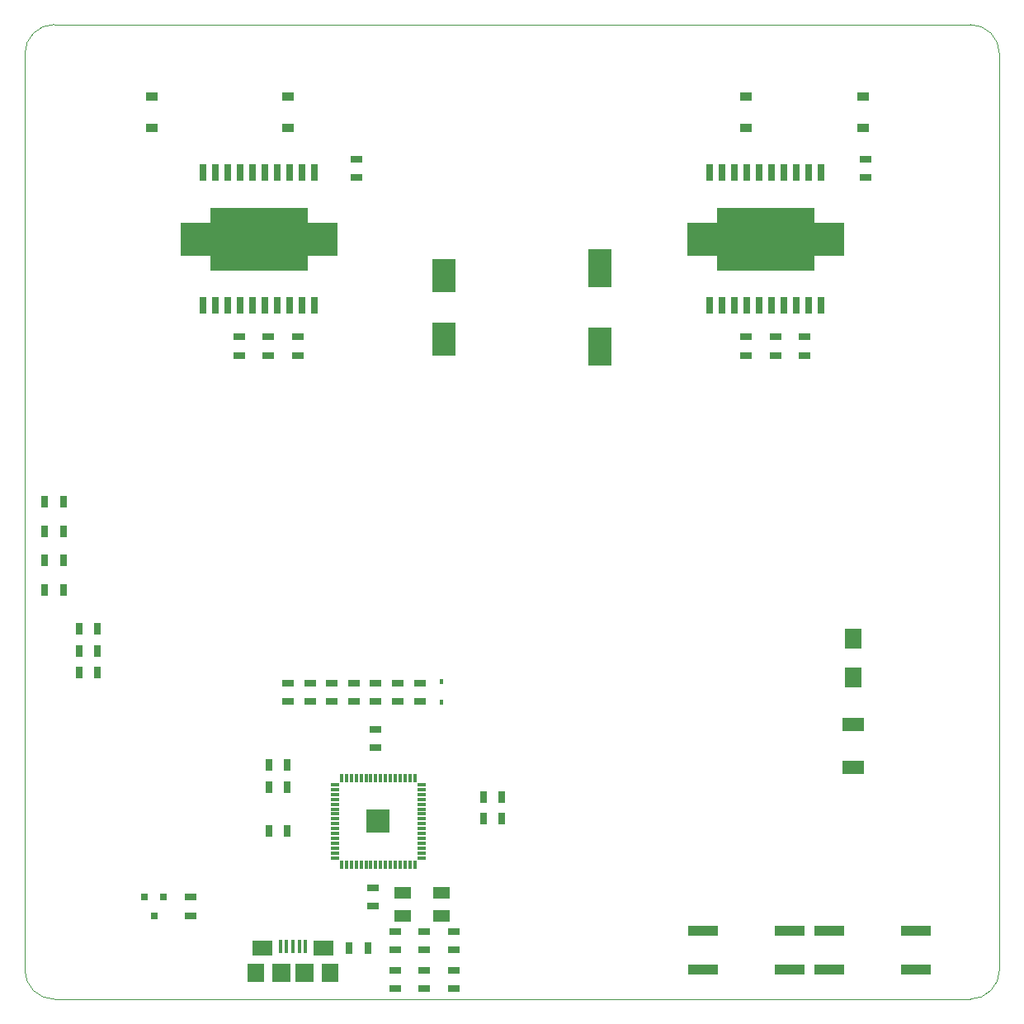
<source format=gtp>
G04 #@! TF.FileFunction,Paste,Top*
%FSLAX46Y46*%
G04 Gerber Fmt 4.6, Leading zero omitted, Abs format (unit mm)*
G04 Created by KiCad (PCBNEW 0.201506102247+5730~23~ubuntu15.04.1-product) date mar. 16 juin 2015 22:04:07 CEST*
%MOMM*%
G01*
G04 APERTURE LIST*
%ADD10C,0.100000*%
%ADD11R,1.897380X1.897380*%
%ADD12R,1.899920X1.897380*%
%ADD13R,1.795780X1.897380*%
%ADD14R,2.095500X1.597660*%
%ADD15R,0.398780X1.346200*%
%ADD16R,0.700000X1.300000*%
%ADD17R,2.400300X3.500120*%
%ADD18R,2.400300X4.000500*%
%ADD19R,1.300000X0.700000*%
%ADD20R,2.199640X1.399540*%
%ADD21R,0.450000X0.590000*%
%ADD22R,1.220000X0.910000*%
%ADD23R,1.700000X2.000000*%
%ADD24R,0.800100X0.800100*%
%ADD25R,0.300000X0.850000*%
%ADD26R,0.850000X0.300000*%
%ADD27R,2.400000X2.400000*%
%ADD28R,3.048000X1.000000*%
%ADD29R,0.759460X1.699260*%
%ADD30R,9.999980X6.398260*%
%ADD31R,16.098520X3.398520*%
%ADD32R,1.800000X1.200000*%
G04 APERTURE END LIST*
D10*
X100000000Y-137000000D02*
X100000000Y-43000000D01*
X197000000Y-140000000D02*
X103000000Y-140000000D01*
X200000000Y-43000000D02*
X200000000Y-137000000D01*
X103000000Y-40000000D02*
X197000000Y-40000000D01*
X200000000Y-43000000D02*
G75*
G03X197000000Y-40000000I-3000000J0D01*
G01*
X103000000Y-40000000D02*
G75*
G03X100000000Y-43000000I0J-3000000D01*
G01*
X100000000Y-137000000D02*
G75*
G03X103000000Y-140000000I3000000J0D01*
G01*
X197000000Y-140000000D02*
G75*
G03X200000000Y-137000000I0J3000000D01*
G01*
D11*
X126301120Y-137302200D03*
D12*
X128698880Y-137302200D03*
D13*
X131299840Y-137302200D03*
D14*
X124401200Y-134752040D03*
D15*
X126202060Y-134625040D03*
X126852300Y-134625040D03*
X127500000Y-134625040D03*
X128147700Y-134625040D03*
X128797940Y-134625040D03*
D14*
X130598800Y-134752040D03*
D13*
X123700160Y-137302200D03*
D16*
X107450000Y-106500000D03*
X105550000Y-106500000D03*
D17*
X143000000Y-72251200D03*
X143000000Y-65748800D03*
D18*
X159000000Y-73000500D03*
X159000000Y-64999500D03*
D19*
X138000000Y-134950000D03*
X138000000Y-133050000D03*
X144000000Y-134950000D03*
X144000000Y-133050000D03*
D16*
X147050000Y-121500000D03*
X148950000Y-121500000D03*
X125050000Y-118250000D03*
X126950000Y-118250000D03*
X126950000Y-122750000D03*
X125050000Y-122750000D03*
D19*
X136000000Y-114200000D03*
X136000000Y-112300000D03*
X135750000Y-128550000D03*
X135750000Y-130450000D03*
D16*
X147050000Y-119250000D03*
X148950000Y-119250000D03*
D19*
X186250000Y-53800000D03*
X186250000Y-55700000D03*
X174000000Y-72050000D03*
X174000000Y-73950000D03*
X134000000Y-53800000D03*
X134000000Y-55700000D03*
X122000000Y-72050000D03*
X122000000Y-73950000D03*
D20*
X185000000Y-116199640D03*
X185000000Y-111800360D03*
D21*
X142750000Y-109555000D03*
X142750000Y-107445000D03*
D22*
X174000000Y-47365000D03*
X174000000Y-50635000D03*
X186000000Y-47365000D03*
X186000000Y-50635000D03*
X113000000Y-47365000D03*
X113000000Y-50635000D03*
X127000000Y-47365000D03*
X127000000Y-50635000D03*
D23*
X185000000Y-107000000D03*
X185000000Y-103000000D03*
D24*
X114200000Y-129499240D03*
X112300000Y-129499240D03*
X113250000Y-131498220D03*
D16*
X107450000Y-104250000D03*
X105550000Y-104250000D03*
X105550000Y-102000000D03*
X107450000Y-102000000D03*
D19*
X141000000Y-133050000D03*
X141000000Y-134950000D03*
X129250000Y-109450000D03*
X129250000Y-107550000D03*
X131500000Y-109450000D03*
X131500000Y-107550000D03*
X138250000Y-109450000D03*
X138250000Y-107550000D03*
X140500000Y-109450000D03*
X140500000Y-107550000D03*
X127000000Y-107550000D03*
X127000000Y-109450000D03*
X133750000Y-109450000D03*
X133750000Y-107550000D03*
X136000000Y-109450000D03*
X136000000Y-107550000D03*
D16*
X133300000Y-134750000D03*
X135200000Y-134750000D03*
X125050000Y-116000000D03*
X126950000Y-116000000D03*
D19*
X117000000Y-129550000D03*
X117000000Y-131450000D03*
X180000000Y-73950000D03*
X180000000Y-72050000D03*
X177000000Y-73950000D03*
X177000000Y-72050000D03*
X128000000Y-73950000D03*
X128000000Y-72050000D03*
X125000000Y-73950000D03*
X125000000Y-72050000D03*
D25*
X140000000Y-117300000D03*
X139500000Y-117300000D03*
X139000000Y-117300000D03*
X138500000Y-117300000D03*
X138000000Y-117300000D03*
X137500000Y-117300000D03*
X137000000Y-117300000D03*
X136500000Y-117300000D03*
X136000000Y-117300000D03*
X135500000Y-117300000D03*
X135000000Y-117300000D03*
X134500000Y-117300000D03*
X134000000Y-117300000D03*
X133500000Y-117300000D03*
X133000000Y-117300000D03*
X132500000Y-117300000D03*
D26*
X131800000Y-118000000D03*
X131800000Y-118500000D03*
X131800000Y-119000000D03*
X131800000Y-119500000D03*
X131800000Y-120000000D03*
X131800000Y-120500000D03*
X131800000Y-121000000D03*
X131800000Y-121500000D03*
X131800000Y-122000000D03*
X131800000Y-122500000D03*
X131800000Y-123000000D03*
X131800000Y-123500000D03*
X131800000Y-124000000D03*
X131800000Y-124500000D03*
X131800000Y-125000000D03*
X131800000Y-125500000D03*
D25*
X132500000Y-126200000D03*
X133000000Y-126200000D03*
X133500000Y-126200000D03*
X134000000Y-126200000D03*
X134500000Y-126200000D03*
X135000000Y-126200000D03*
X135500000Y-126200000D03*
X136000000Y-126200000D03*
X136500000Y-126200000D03*
X137000000Y-126200000D03*
X137500000Y-126200000D03*
X138000000Y-126200000D03*
X138500000Y-126200000D03*
X139000000Y-126200000D03*
X139500000Y-126200000D03*
X140000000Y-126200000D03*
D26*
X140700000Y-125500000D03*
X140700000Y-125000000D03*
X140700000Y-124500000D03*
X140700000Y-124000000D03*
X140700000Y-123500000D03*
X140700000Y-123000000D03*
X140700000Y-122500000D03*
X140700000Y-122000000D03*
X140700000Y-121500000D03*
X140700000Y-121000000D03*
X140700000Y-120500000D03*
X140700000Y-120000000D03*
X140700000Y-119500000D03*
X140700000Y-119000000D03*
X140700000Y-118500000D03*
X140700000Y-118000000D03*
D27*
X136250000Y-121750000D03*
D19*
X144000000Y-138950000D03*
X144000000Y-137050000D03*
X141000000Y-138950000D03*
X141000000Y-137050000D03*
X138000000Y-138950000D03*
X138000000Y-137050000D03*
D16*
X102050000Y-89000000D03*
X103950000Y-89000000D03*
X102050000Y-92000000D03*
X103950000Y-92000000D03*
X102050000Y-95000000D03*
X103950000Y-95000000D03*
X102050000Y-98000000D03*
X103950000Y-98000000D03*
D28*
X169550000Y-137000000D03*
X169550000Y-133000000D03*
X178450000Y-137000000D03*
X178450000Y-133000000D03*
X182550000Y-137000000D03*
X182550000Y-133000000D03*
X191450000Y-137000000D03*
X191450000Y-133000000D03*
D29*
X181715000Y-55154700D03*
X180445000Y-55152160D03*
X179175000Y-55152160D03*
X177905000Y-55152160D03*
X176635000Y-55152160D03*
X175365000Y-55152160D03*
X174095000Y-55152160D03*
X172825000Y-55152160D03*
D30*
X176000000Y-62000000D03*
D29*
X170285000Y-55154700D03*
X171555000Y-55152160D03*
X170285000Y-68847840D03*
X171555000Y-68847840D03*
X172825000Y-68847840D03*
X174095000Y-68847840D03*
X175365000Y-68847840D03*
X176635000Y-68847840D03*
X177905000Y-68847840D03*
X179175000Y-68847840D03*
X180445000Y-68847840D03*
X181715000Y-68845300D03*
D31*
X176000000Y-62000000D03*
D29*
X129715000Y-55154700D03*
X128445000Y-55152160D03*
X127175000Y-55152160D03*
X125905000Y-55152160D03*
X124635000Y-55152160D03*
X123365000Y-55152160D03*
X122095000Y-55152160D03*
X120825000Y-55152160D03*
D30*
X124000000Y-62000000D03*
D29*
X118285000Y-55154700D03*
X119555000Y-55152160D03*
X118285000Y-68847840D03*
X119555000Y-68847840D03*
X120825000Y-68847840D03*
X122095000Y-68847840D03*
X123365000Y-68847840D03*
X124635000Y-68847840D03*
X125905000Y-68847840D03*
X127175000Y-68847840D03*
X128445000Y-68847840D03*
X129715000Y-68845300D03*
D31*
X124000000Y-62000000D03*
D32*
X138750000Y-131450000D03*
X142750000Y-129050000D03*
X142750000Y-131450000D03*
X138750000Y-129050000D03*
M02*

</source>
